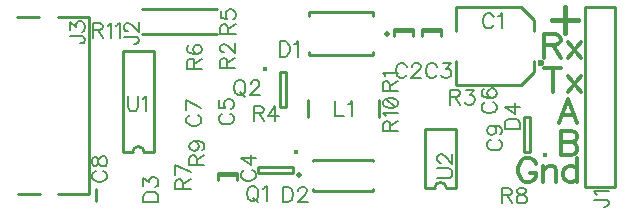
<source format=gbr>
G04 DipTrace 3.0.0.2*
G04 TopSilk.gbr*
%MOMM*%
G04 #@! TF.FileFunction,Legend,Top*
G04 #@! TF.Part,Single*
%ADD10C,0.25*%
%ADD22O,0.5996X0.59994*%
%ADD27O,0.50008X0.50028*%
%ADD29C,0.49984*%
%ADD32O,0.39172X0.39127*%
%ADD44O,0.39127X0.39172*%
%ADD93C,0.19608*%
%ADD94C,0.31373*%
%ADD95C,0.39216*%
%FSLAX35Y35*%
G04*
G71*
G90*
G75*
G01*
G04 TopSilk*
%LPD*%
X3760044Y1065000D2*
D10*
X3759962Y1269996D1*
X3760044Y1065000D2*
X4309968D1*
X4419936Y1175022D2*
X4309968Y1065000D1*
X4419936Y1175022D2*
Y1269996D1*
X3759962Y1520004D2*
X3760044Y1725000D1*
X4309968D1*
X4419936Y1614978D2*
X4309968Y1725000D1*
X4419936Y1520004D2*
Y1614978D1*
D22*
X4480020Y1250031D3*
X3240080Y1521000D2*
D10*
X3399920D1*
X3240080Y1539920D2*
X3399920D1*
X3240080D2*
Y1480080D1*
X3399920Y1539920D2*
Y1480080D1*
X3470080Y1521000D2*
X3629920D1*
X3470080Y1539920D2*
X3629920D1*
X3470080D2*
Y1480080D1*
X3629920Y1539920D2*
Y1480080D1*
X1750080Y301000D2*
X1909920D1*
X1750080Y319920D2*
X1909920D1*
X1750080D2*
Y260080D1*
X1909920Y319920D2*
Y260080D1*
X2514996Y1653017D2*
Y1681000D1*
Y1346983D2*
Y1319000D1*
X3054976Y1653017D2*
Y1681000D1*
X2514996D1*
X3054976Y1346983D2*
Y1319000D1*
D27*
X3179996Y1500000D3*
X3054976Y1319000D2*
D10*
X2514996D1*
D29*
X2434992Y300000D3*
X3060005Y166500D2*
D10*
Y180010D1*
Y433500D2*
Y419990D1*
X2550012Y166500D2*
X3060005D1*
X2550012D2*
Y180010D1*
Y433500D2*
X3060005D1*
X2550012D2*
Y419990D1*
X715000Y180004D2*
Y79996D1*
D32*
X4517361Y471644D3*
X4390000Y495014D2*
D10*
Y795000D1*
X4340000D1*
Y495014D1*
X4390000D1*
X5107004Y1726930D2*
X4853000D1*
Y203070D1*
X5107004D1*
Y1726930D1*
X1735500Y1493000D2*
X1100500D1*
X1735500Y1707000D2*
X1100500D1*
X389876Y1640000D2*
X650000D1*
Y140000D1*
X389876D1*
X239992D2*
X50040D1*
X230028Y1640000D2*
X40076D1*
X2510000Y790030D2*
Y939970D1*
X3110000Y790030D2*
Y939970D1*
D44*
X2408356Y497361D3*
X2384986Y370000D2*
D10*
X2085000D1*
Y320000D1*
X2384986D1*
Y370000D1*
D32*
X2142639Y1198356D3*
X2270000Y1174986D2*
D10*
Y875000D1*
X2320000D1*
Y1174986D1*
X2270000D1*
X1202291Y493530D2*
Y1353557D1*
X942255Y493530D2*
Y1353557D1*
X1202291D2*
X942255D1*
X1202291Y493530D2*
X1122297D1*
X1022249D2*
X942255D1*
X1122297D2*
G03X1022249Y493530I-50024J30D01*
G01*
X3759518Y189995D2*
Y690005D1*
X3499482Y189995D2*
Y690005D1*
X3759518D2*
X3499482D1*
X3679524Y189995D2*
X3759518D1*
X3579476D2*
X3499482D1*
X3679524D2*
G03X3579476Y189995I-50024J-23D01*
G01*
X4079465Y1640664D2*
D93*
X4073429Y1652737D1*
X4061215Y1664950D1*
X4049142Y1670987D1*
X4024856D1*
X4012642Y1664950D1*
X4000569Y1652737D1*
X3994392Y1640664D1*
X3988356Y1622414D1*
Y1591950D1*
X3994392Y1573840D1*
X4000569Y1561627D1*
X4012642Y1549554D1*
X4024856Y1543377D1*
X4049142D1*
X4061215Y1549554D1*
X4073429Y1561627D1*
X4079465Y1573840D1*
X4118681Y1646560D2*
X4130894Y1652737D1*
X4149144Y1670846D1*
Y1543377D1*
X3342654Y1220390D2*
X3336617Y1232463D1*
X3324404Y1244677D1*
X3312331Y1250713D1*
X3288044D1*
X3275831Y1244677D1*
X3263758Y1232463D1*
X3257581Y1220390D1*
X3251544Y1202140D1*
Y1171677D1*
X3257581Y1153567D1*
X3263758Y1141354D1*
X3275831Y1129281D1*
X3288044Y1123104D1*
X3312331D1*
X3324404Y1129281D1*
X3336617Y1141354D1*
X3342654Y1153567D1*
X3388046Y1220250D2*
Y1226286D1*
X3394083Y1238500D1*
X3400119Y1244536D1*
X3412333Y1250573D1*
X3436619D1*
X3448693Y1244536D1*
X3454729Y1238500D1*
X3460906Y1226286D1*
Y1214213D1*
X3454729Y1202000D1*
X3442656Y1183890D1*
X3381869Y1123104D1*
X3466943D1*
X3598127Y1220054D2*
X3592091Y1232127D1*
X3579877Y1244340D1*
X3567804Y1250377D1*
X3543517D1*
X3531304Y1244340D1*
X3519231Y1232127D1*
X3513054Y1220054D1*
X3507017Y1201804D1*
Y1171340D1*
X3513054Y1153230D1*
X3519231Y1141017D1*
X3531304Y1128944D1*
X3543517Y1122767D1*
X3567804D1*
X3579877Y1128944D1*
X3592091Y1141017D1*
X3598127Y1153230D1*
X3649556Y1250236D2*
X3716239D1*
X3679879Y1201663D1*
X3698129D1*
X3710202Y1195627D1*
X3716239Y1189590D1*
X3722416Y1171340D1*
Y1159267D1*
X3716239Y1141017D1*
X3704166Y1128804D1*
X3685916Y1122767D1*
X3667666D1*
X3649556Y1128804D1*
X3643520Y1134980D1*
X3637343Y1147054D1*
X1970017Y344186D2*
X1957944Y338149D1*
X1945730Y325936D1*
X1939693Y313863D1*
Y289576D1*
X1945730Y277363D1*
X1957943Y265290D1*
X1970016Y259113D1*
X1988266Y253076D1*
X2018730D1*
X2036840Y259113D1*
X2049053Y265290D1*
X2061126Y277363D1*
X2067303Y289576D1*
Y313863D1*
X2061126Y325936D1*
X2049053Y338149D1*
X2036840Y344186D1*
X2067303Y444188D2*
X1939834D1*
X2024767Y383401D1*
Y474511D1*
X1783023Y822381D2*
X1770950Y816344D1*
X1758737Y804131D1*
X1752700Y792058D1*
Y767771D1*
X1758737Y755558D1*
X1770950Y743485D1*
X1783023Y737308D1*
X1801273Y731271D1*
X1831737D1*
X1849846Y737308D1*
X1862060Y743485D1*
X1874133Y755558D1*
X1880310Y767771D1*
Y792057D1*
X1874133Y804131D1*
X1862060Y816344D1*
X1849846Y822381D1*
X1752841Y934456D2*
Y873810D1*
X1807450Y867773D1*
X1801414Y873810D1*
X1795237Y892060D1*
Y910169D1*
X1801414Y928419D1*
X1813487Y940633D1*
X1831737Y946669D1*
X1843810D1*
X1862060Y940633D1*
X1874273Y928419D1*
X1880310Y910169D1*
Y892060D1*
X1874273Y873810D1*
X1868096Y867773D1*
X1856023Y861596D1*
X4008750Y917036D2*
X3996677Y910999D1*
X3984463Y898786D1*
X3978427Y886713D1*
Y862426D1*
X3984463Y850213D1*
X3996677Y838140D1*
X4008750Y831963D1*
X4027000Y825926D1*
X4057463D1*
X4075573Y831963D1*
X4087786Y838140D1*
X4099860Y850213D1*
X4106036Y862426D1*
Y886713D1*
X4099860Y898786D1*
X4087786Y910999D1*
X4075573Y917036D1*
X3996677Y1029111D2*
X3984604Y1023074D1*
X3978567Y1004824D1*
Y992751D1*
X3984604Y974501D1*
X4002854Y962288D1*
X4033177Y956251D1*
X4063500D1*
X4087786Y962288D1*
X4100000Y974501D1*
X4106036Y992751D1*
Y998788D1*
X4100000Y1016897D1*
X4087786Y1029111D1*
X4069536Y1035147D1*
X4063500D1*
X4045250Y1029111D1*
X4033177Y1016897D1*
X4027140Y998788D1*
Y992751D1*
X4033177Y974501D1*
X4045250Y962288D1*
X4063500Y956251D1*
X1508370Y809724D2*
X1496297Y803687D1*
X1484083Y791474D1*
X1478047Y779401D1*
Y755114D1*
X1484083Y742901D1*
X1496297Y730828D1*
X1508370Y724651D1*
X1526620Y718614D1*
X1557083D1*
X1575193Y724651D1*
X1587406Y730828D1*
X1599480Y742901D1*
X1605656Y755114D1*
Y779401D1*
X1599480Y791474D1*
X1587406Y803687D1*
X1575193Y809724D1*
X1605656Y873226D2*
X1478187Y934013D1*
Y848940D1*
X709323Y335984D2*
X697250Y329948D1*
X685037Y317734D1*
X679000Y305661D1*
Y281375D1*
X685037Y269161D1*
X697250Y257088D1*
X709323Y250911D1*
X727573Y244875D1*
X758037D1*
X776146Y250911D1*
X788360Y257088D1*
X800433Y269161D1*
X806610Y281375D1*
Y305661D1*
X800433Y317734D1*
X788360Y329948D1*
X776146Y335984D1*
X679141Y405523D2*
X685177Y387413D1*
X697250Y381236D1*
X709464D1*
X721537Y387413D1*
X727714Y399486D1*
X733750Y423773D1*
X739787Y442023D1*
X752000Y454096D1*
X764073Y460132D1*
X782323D1*
X794396Y454096D1*
X800573Y448059D1*
X806610Y429809D1*
Y405523D1*
X800573Y387413D1*
X794396Y381236D1*
X782323Y375200D1*
X764073D1*
X752000Y381236D1*
X739787Y393450D1*
X733750Y411559D1*
X727714Y435846D1*
X721537Y448059D1*
X709464Y454096D1*
X697250D1*
X685177Y448059D1*
X679141Y429809D1*
Y405523D1*
X4054337Y601429D2*
X4042264Y595392D1*
X4030050Y583179D1*
X4024013Y571106D1*
Y546819D1*
X4030050Y534606D1*
X4042263Y522533D1*
X4054336Y516356D1*
X4072586Y510319D1*
X4103050D1*
X4121160Y516356D1*
X4133373Y522533D1*
X4145446Y534606D1*
X4151623Y546819D1*
Y571106D1*
X4145446Y583179D1*
X4133373Y595392D1*
X4121160Y601429D1*
X4066550Y719681D2*
X4084800Y713504D1*
X4097014Y701431D1*
X4103050Y683181D1*
Y677144D1*
X4097014Y658894D1*
X4084800Y646821D1*
X4066550Y640645D1*
X4060514D1*
X4042264Y646821D1*
X4030190Y658895D1*
X4024154Y677145D1*
Y683181D1*
X4030190Y701431D1*
X4042264Y713504D1*
X4066550Y719681D1*
X4097014D1*
X4127337Y713504D1*
X4145587Y701431D1*
X4151623Y683181D1*
Y671108D1*
X4145587Y652858D1*
X4133373Y646821D1*
X2266747Y1433173D2*
Y1305564D1*
X2309284D1*
X2327534Y1311741D1*
X2339747Y1323814D1*
X2345784Y1336027D1*
X2351820Y1354137D1*
Y1384600D1*
X2345784Y1402850D1*
X2339747Y1414923D1*
X2327534Y1427137D1*
X2309284Y1433173D1*
X2266747D1*
X2391036Y1408746D2*
X2403249Y1414923D1*
X2421499Y1433033D1*
Y1305564D1*
X2296819Y201490D2*
Y73880D1*
X2339356D1*
X2357606Y80057D1*
X2369819Y92130D1*
X2375856Y104344D1*
X2381892Y122453D1*
Y152917D1*
X2375856Y171167D1*
X2369819Y183240D1*
X2357606Y195453D1*
X2339356Y201490D1*
X2296819D1*
X2427285Y171026D2*
Y177063D1*
X2433321Y189276D1*
X2439358Y195313D1*
X2451571Y201350D1*
X2475858D1*
X2487931Y195313D1*
X2493967Y189276D1*
X2500144Y177063D1*
Y164990D1*
X2493967Y152776D1*
X2481894Y134667D1*
X2421108Y73880D1*
X2506181D1*
X1113387Y75913D2*
X1240996D1*
X1240997Y118449D1*
X1234820Y136699D1*
X1222747Y148913D1*
X1210533Y154949D1*
X1192423Y160986D1*
X1161960D1*
X1143710Y154949D1*
X1131637Y148913D1*
X1119423Y136699D1*
X1113387Y118449D1*
Y75913D1*
X1113527Y212415D2*
Y279097D1*
X1162100Y242738D1*
Y260988D1*
X1168137Y273061D1*
X1174173Y279097D1*
X1192423Y285274D1*
X1204496D1*
X1222746Y279097D1*
X1234960Y267024D1*
X1240996Y248774D1*
Y230524D1*
X1234960Y212415D1*
X1228783Y206378D1*
X1216710Y200201D1*
X4172973Y695564D2*
X4300583D1*
Y738101D1*
X4294406Y756351D1*
X4282333Y768564D1*
X4270120Y774601D1*
X4252010Y780637D1*
X4221547D1*
X4203297Y774601D1*
X4191224Y768564D1*
X4179010Y756351D1*
X4172973Y738101D1*
Y695564D1*
X4300583Y880639D2*
X4173114Y880640D1*
X4258047Y819853D1*
Y910963D1*
X4927513Y94554D2*
X5024660D1*
X5042910Y88517D1*
X5048946Y82340D1*
X5055123Y70267D1*
Y58054D1*
X5048946Y45981D1*
X5042910Y39944D1*
X5024660Y33767D1*
X5012586D1*
X4951940Y133770D2*
X4945764Y145983D1*
X4927654Y164233D1*
X5055123D1*
X949870Y1473196D2*
X1047016D1*
X1065266Y1467159D1*
X1071303Y1460982D1*
X1077480Y1448909D1*
Y1436696D1*
X1071303Y1424623D1*
X1065266Y1418586D1*
X1047016Y1412409D1*
X1034943D1*
X980334Y1518588D2*
X974297D1*
X962084Y1524625D1*
X956047Y1530661D1*
X950011Y1542875D1*
Y1567161D1*
X956047Y1579234D1*
X962084Y1585271D1*
X974297Y1591448D1*
X986370D1*
X998584Y1585271D1*
X1016693Y1573198D1*
X1077480Y1512411D1*
Y1597484D1*
X494013Y1478249D2*
X591160D1*
X609410Y1472213D1*
X615446Y1466036D1*
X621623Y1453963D1*
Y1441749D1*
X615446Y1429676D1*
X609410Y1423640D1*
X591160Y1417463D1*
X579086D1*
X494154Y1529678D2*
Y1596361D1*
X542727Y1560001D1*
Y1578251D1*
X548764Y1590324D1*
X554800Y1596361D1*
X573050Y1602538D1*
X585123D1*
X603373Y1596361D1*
X615587Y1584288D1*
X621623Y1566038D1*
Y1547788D1*
X615587Y1529678D1*
X609410Y1523642D1*
X597337Y1517465D1*
X2738731Y925987D2*
Y798377D1*
X2811590D1*
X2850806Y901560D2*
X2863019Y907737D1*
X2881269Y925846D1*
Y798377D1*
X2026187Y210173D2*
X2014114Y204277D1*
X2001901Y192064D1*
X1995864Y179850D1*
X1989687Y161600D1*
Y131277D1*
X1995864Y113027D1*
X2001901Y100954D1*
X2014114Y88741D1*
X2026187Y82704D1*
X2050474D1*
X2062687Y88741D1*
X2074760Y100954D1*
X2080797Y113027D1*
X2086974Y131277D1*
Y161600D1*
X2080797Y179850D1*
X2074760Y192064D1*
X2062687Y204277D1*
X2050474Y210173D1*
X2026187D1*
X2044437Y106991D2*
X2080797Y70491D1*
X2126189Y185746D2*
X2138403Y191923D1*
X2156653Y210033D1*
Y82564D1*
X1917699Y1106227D2*
X1905626Y1100330D1*
X1893412Y1088117D1*
X1887376Y1075904D1*
X1881199Y1057654D1*
Y1027330D1*
X1887376Y1009080D1*
X1893412Y997007D1*
X1905626Y984794D1*
X1917699Y978757D1*
X1941986D1*
X1954199Y984794D1*
X1966272Y997007D1*
X1972309Y1009080D1*
X1978486Y1027330D1*
Y1057654D1*
X1972309Y1075904D1*
X1966272Y1088117D1*
X1954199Y1100330D1*
X1941986Y1106227D1*
X1917699D1*
X1935949Y1003044D2*
X1972309Y966544D1*
X2023878Y1075763D2*
Y1081800D1*
X2029915Y1094013D1*
X2035951Y1100050D1*
X2048165Y1106086D1*
X2072451D1*
X2084524Y1100050D1*
X2090561Y1094013D1*
X2096738Y1081800D1*
Y1069727D1*
X2090561Y1057513D1*
X2078488Y1039404D1*
X2017701Y978617D1*
X2102774D1*
X3199800Y1012624D2*
Y1067234D1*
X3193623Y1085484D1*
X3187587Y1091661D1*
X3175514Y1097697D1*
X3163300D1*
X3151227Y1091661D1*
X3145050Y1085484D1*
X3139013Y1067234D1*
Y1012624D1*
X3266623D1*
X3199800Y1055161D2*
X3266623Y1097697D1*
X3163440Y1136913D2*
X3157264Y1149126D1*
X3139154Y1167376D1*
X3266623D1*
X1825157Y1209799D2*
Y1264409D1*
X1818980Y1282659D1*
X1812943Y1288836D1*
X1800870Y1294872D1*
X1788657D1*
X1776584Y1288836D1*
X1770407Y1282659D1*
X1764370Y1264409D1*
Y1209799D1*
X1891980D1*
X1825157Y1252336D2*
X1891980Y1294872D1*
X1794834Y1340265D2*
X1788797D1*
X1776584Y1346302D1*
X1770547Y1352338D1*
X1764511Y1364551D1*
Y1388838D1*
X1770547Y1400911D1*
X1776584Y1406948D1*
X1788797Y1413125D1*
X1800870Y1413124D1*
X1813084Y1406948D1*
X1831193Y1394874D1*
X1891980Y1334088D1*
Y1419161D1*
X3710319Y965200D2*
X3764929D1*
X3783179Y971377D1*
X3789356Y977414D1*
X3795392Y989487D1*
Y1001700D1*
X3789356Y1013773D1*
X3783179Y1019950D1*
X3764929Y1025987D1*
X3710319D1*
Y898377D1*
X3752856Y965200D2*
X3795392Y898377D1*
X3846821Y1025846D2*
X3913504D1*
X3877144Y977273D1*
X3895394D1*
X3907467Y971237D1*
X3913504Y965200D1*
X3919681Y946950D1*
Y934877D1*
X3913504Y916627D1*
X3901431Y904414D1*
X3883181Y898377D1*
X3864931D1*
X3846821Y904414D1*
X3840785Y910590D1*
X3834608Y922664D1*
X2047301Y825200D2*
X2101910D1*
X2120160Y831377D1*
X2126337Y837414D1*
X2132374Y849487D1*
Y861700D1*
X2126337Y873773D1*
X2120160Y879950D1*
X2101910Y885987D1*
X2047301D1*
Y758377D1*
X2089837Y825200D2*
X2132374Y758377D1*
X2232376D2*
Y885846D1*
X2171590Y800914D1*
X2262699D1*
X1827810Y1495273D2*
Y1549882D1*
X1821633Y1568132D1*
X1815597Y1574309D1*
X1803524Y1580346D1*
X1791310D1*
X1779237Y1574309D1*
X1773060Y1568132D1*
X1767023Y1549882D1*
Y1495273D1*
X1894633D1*
X1827810Y1537809D2*
X1894633Y1580346D1*
X1767164Y1692421D2*
Y1631775D1*
X1821774Y1625738D1*
X1815737Y1631775D1*
X1809560Y1650025D1*
Y1668134D1*
X1815737Y1686384D1*
X1827810Y1698598D1*
X1846060Y1704634D1*
X1858133D1*
X1876383Y1698598D1*
X1888597Y1686384D1*
X1894633Y1668134D1*
Y1650025D1*
X1888597Y1631775D1*
X1882420Y1625738D1*
X1870347Y1619561D1*
X1544800Y1203408D2*
Y1258017D1*
X1538623Y1276267D1*
X1532587Y1282444D1*
X1520514Y1288481D1*
X1508300D1*
X1496227Y1282444D1*
X1490050Y1276267D1*
X1484013Y1258017D1*
Y1203408D1*
X1611623D1*
X1544800Y1245944D2*
X1611623Y1288481D1*
X1502264Y1400556D2*
X1490190Y1394520D1*
X1484154Y1376270D1*
Y1364196D1*
X1490190Y1345947D1*
X1508440Y1333733D1*
X1538764Y1327696D1*
X1569087D1*
X1593373Y1333733D1*
X1605587Y1345946D1*
X1611623Y1364196D1*
Y1370233D1*
X1605587Y1388342D1*
X1593373Y1400556D1*
X1575123Y1406593D1*
X1569087D1*
X1550837Y1400556D1*
X1538764Y1388343D1*
X1532727Y1370233D1*
Y1364196D1*
X1538764Y1345946D1*
X1550837Y1333733D1*
X1569087Y1327696D1*
X1446457Y180719D2*
Y235329D1*
X1440280Y253579D1*
X1434243Y259756D1*
X1422170Y265792D1*
X1409957D1*
X1397884Y259756D1*
X1391707Y253579D1*
X1385670Y235329D1*
Y180719D1*
X1513280D1*
X1446457Y223256D2*
X1513280Y265792D1*
Y329294D2*
X1385811Y390081D1*
Y305008D1*
X4149226Y129293D2*
X4203836D1*
X4222086Y135470D1*
X4228262Y141507D1*
X4234299Y153580D1*
Y165793D1*
X4228262Y177866D1*
X4222086Y184043D1*
X4203836Y190080D1*
X4149226D1*
Y62470D1*
X4191762Y129293D2*
X4234299Y62470D1*
X4303838Y189940D2*
X4285728Y183903D1*
X4279551Y171830D1*
Y159616D1*
X4285728Y147543D1*
X4297801Y141366D1*
X4322088Y135330D1*
X4340338Y129293D1*
X4352411Y117080D1*
X4358447Y105007D1*
Y86757D1*
X4352411Y74684D1*
X4346374Y68507D1*
X4328124Y62470D1*
X4303838D1*
X4285728Y68507D1*
X4279551Y74684D1*
X4273515Y86757D1*
Y105007D1*
X4279551Y117080D1*
X4291765Y129293D1*
X4309874Y135330D1*
X4334161Y141366D1*
X4346374Y147543D1*
X4352411Y159616D1*
Y171830D1*
X4346374Y183903D1*
X4328124Y189940D1*
X4303838D1*
X1564800Y383338D2*
Y437947D1*
X1558623Y456197D1*
X1552587Y462374D1*
X1540514Y468411D1*
X1528300D1*
X1516227Y462374D1*
X1510050Y456197D1*
X1504013Y437947D1*
Y383338D1*
X1631623D1*
X1564800Y425874D2*
X1631623Y468411D1*
X1546550Y586663D2*
X1564800Y580486D1*
X1577014Y568413D1*
X1583050Y550163D1*
Y544126D1*
X1577014Y525876D1*
X1564800Y513803D1*
X1546550Y507626D1*
X1540514D1*
X1522264Y513803D1*
X1510190Y525876D1*
X1504154Y544126D1*
Y550163D1*
X1510190Y568413D1*
X1522264Y580486D1*
X1546550Y586663D1*
X1577014D1*
X1607337Y580486D1*
X1625587Y568413D1*
X1631623Y550163D1*
Y538090D1*
X1625587Y519840D1*
X1613373Y513803D1*
X3204800Y675480D2*
Y730089D1*
X3198623Y748339D1*
X3192587Y754516D1*
X3180514Y760553D1*
X3168300D1*
X3156227Y754516D1*
X3150050Y748339D1*
X3144013Y730089D1*
Y675480D1*
X3271623D1*
X3204800Y718016D2*
X3271623Y760553D1*
X3168440Y799768D2*
X3162264Y811982D1*
X3144154Y830232D1*
X3271623D1*
X3144154Y905948D2*
X3150190Y887698D1*
X3168440Y875484D1*
X3198764Y869448D1*
X3217014Y869447D1*
X3247337Y875484D1*
X3265587Y887697D1*
X3271623Y905947D1*
Y918021D1*
X3265587Y936271D1*
X3247337Y948344D1*
X3217013Y954521D1*
X3198764D1*
X3168440Y948344D1*
X3150190Y936271D1*
X3144154Y918021D1*
Y905948D1*
X3168440Y948344D2*
X3247337Y875484D1*
X687784Y1530200D2*
X742394D1*
X760644Y1536377D1*
X766821Y1542414D1*
X772857Y1554487D1*
Y1566700D1*
X766821Y1578773D1*
X760644Y1584950D1*
X742394Y1590987D1*
X687784D1*
Y1463377D1*
X730321Y1530200D2*
X772857Y1463377D1*
X812073Y1566560D2*
X824287Y1572737D1*
X842537Y1590846D1*
Y1463377D1*
X881752Y1566560D2*
X893966Y1572737D1*
X912216Y1590846D1*
Y1463377D1*
X984897Y969543D2*
Y878434D1*
X990934Y860184D1*
X1003147Y848111D1*
X1021397Y841934D1*
X1033470D1*
X1051720Y848111D1*
X1063934Y860184D1*
X1069970Y878434D1*
Y969543D1*
X1109186Y945116D2*
X1121399Y951293D1*
X1139649Y969403D1*
Y841934D1*
X3603510Y275329D2*
X3694620D1*
X3712870Y281366D1*
X3724943Y293579D1*
X3731120Y311829D1*
Y323902D1*
X3724943Y342152D1*
X3712870Y354366D1*
X3694620Y360402D1*
X3603510D1*
X3633974Y405795D2*
X3627937D1*
X3615724Y411832D1*
X3609687Y417868D1*
X3603651Y430081D1*
Y454368D1*
X3609687Y466441D1*
X3615724Y472478D1*
X3627937Y478655D1*
X3640010Y478654D1*
X3652224Y472478D1*
X3670333Y460404D1*
X3731120Y399618D1*
Y484691D1*
X4683140Y1721146D2*
D95*
Y1502427D1*
X4573921Y1611646D2*
X4792640D1*
X4510000Y1399508D2*
D94*
X4597375D1*
X4626575Y1409391D1*
X4636458Y1419050D1*
X4646117Y1438367D1*
Y1457908D1*
X4636458Y1477225D1*
X4626575Y1487108D1*
X4597375Y1496767D1*
X4510000D1*
Y1292591D1*
X4578058Y1399508D2*
X4646117Y1292591D1*
X4708862Y1428708D2*
X4815779Y1292591D1*
Y1428708D2*
X4708862Y1292591D1*
X4578058Y1206767D2*
Y1002591D1*
X4510000Y1206767D2*
X4646117D1*
X4708862Y1138708D2*
X4815779Y1002591D1*
Y1138708D2*
X4708862Y1002591D1*
X4650000Y676767D2*
Y472591D1*
X4737600D1*
X4766800Y482474D1*
X4776458Y492133D1*
X4786117Y511450D1*
Y540650D1*
X4776458Y560191D1*
X4766800Y569850D1*
X4737600Y579508D1*
X4766800Y589391D1*
X4776458Y599050D1*
X4786117Y618367D1*
Y637908D1*
X4776458Y657225D1*
X4766800Y667108D1*
X4737600Y676767D1*
X4650000D1*
Y579508D2*
X4737600D1*
X4785658Y742594D2*
X4707717Y946770D1*
X4630000Y742594D1*
X4659200Y810653D2*
X4756458D1*
X4435775Y398250D2*
X4426117Y417567D1*
X4406575Y437108D1*
X4387258Y446767D1*
X4348400D1*
X4328858Y437108D1*
X4309541Y417567D1*
X4299658Y398250D1*
X4290000Y369050D1*
Y320308D1*
X4299658Y291333D1*
X4309541Y271791D1*
X4328858Y252474D1*
X4348400Y242591D1*
X4387258D1*
X4406575Y252474D1*
X4426117Y271791D1*
X4435775Y291333D1*
Y320308D1*
X4387258D1*
X4498520Y378708D2*
Y242591D1*
Y339850D2*
X4527720Y369050D1*
X4547262Y378708D1*
X4576237D1*
X4595779Y369050D1*
X4605437Y339850D1*
Y242591D1*
X4784757Y446767D2*
Y242591D1*
Y349508D2*
X4765441Y369050D1*
X4745899Y378708D1*
X4716699D1*
X4697382Y369050D1*
X4677841Y349508D1*
X4668182Y320308D1*
Y300991D1*
X4677841Y271791D1*
X4697382Y252474D1*
X4716699Y242591D1*
X4745899D1*
X4765441Y252474D1*
X4784757Y271791D1*
M02*

</source>
